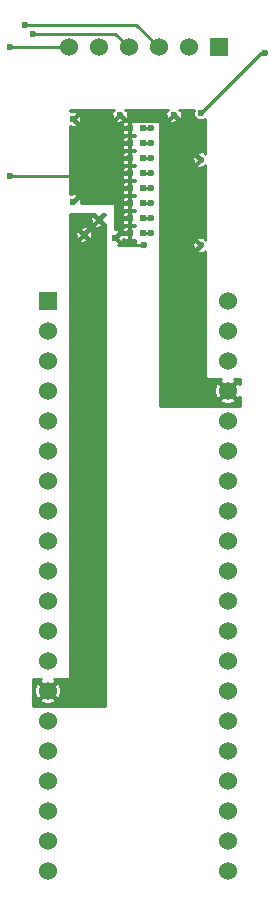
<source format=gbr>
G04 #@! TF.FileFunction,Copper,L2,Bot,Signal*
%FSLAX46Y46*%
G04 Gerber Fmt 4.6, Leading zero omitted, Abs format (unit mm)*
G04 Created by KiCad (PCBNEW 4.0.7) date 03/16/20 13:41:23*
%MOMM*%
%LPD*%
G01*
G04 APERTURE LIST*
%ADD10C,0.100000*%
%ADD11C,1.524000*%
%ADD12R,1.524000X1.524000*%
%ADD13C,0.600000*%
%ADD14R,0.600000X0.500000*%
%ADD15C,0.250000*%
%ADD16C,0.254000*%
G04 APERTURE END LIST*
D10*
D11*
X116332000Y-127508000D03*
X116332000Y-130048000D03*
X131572000Y-130048000D03*
X131572000Y-127508000D03*
X131572000Y-112268000D03*
X131572000Y-114808000D03*
X131572000Y-117348000D03*
X131572000Y-119888000D03*
X131572000Y-122428000D03*
X131572000Y-124968000D03*
X116332000Y-124968000D03*
X116332000Y-122428000D03*
X116332000Y-119888000D03*
X116332000Y-117348000D03*
X116332000Y-114808000D03*
X116332000Y-112268000D03*
D12*
X116332000Y-81788000D03*
D11*
X116332000Y-84328000D03*
X116332000Y-86868000D03*
X116332000Y-89408000D03*
X116332000Y-91948000D03*
X116332000Y-94488000D03*
X116332000Y-97028000D03*
X116332000Y-99568000D03*
X116332000Y-102108000D03*
X116332000Y-104648000D03*
X116332000Y-107188000D03*
X116332000Y-109728000D03*
X131572000Y-109728000D03*
X131572000Y-107188000D03*
X131572000Y-104648000D03*
X131572000Y-102108000D03*
X131572000Y-99568000D03*
X131572000Y-97028000D03*
X131572000Y-94488000D03*
X131572000Y-91948000D03*
X131572000Y-89408000D03*
X131572000Y-86868000D03*
X131572000Y-84328000D03*
X131572000Y-81788000D03*
X123190000Y-60325000D03*
X125730000Y-60325000D03*
D12*
X130810000Y-60325000D03*
D11*
X128270000Y-60325000D03*
X120650000Y-60325000D03*
X118110000Y-60325000D03*
D13*
X120650000Y-74930000D03*
X119380000Y-76200000D03*
X125095000Y-76073000D03*
X125095000Y-74803000D03*
X125095000Y-73533000D03*
X125095000Y-72263000D03*
X125095000Y-70993000D03*
X125095000Y-69723000D03*
X125095000Y-68453000D03*
X125095000Y-67183000D03*
X127000000Y-66040000D03*
X122047000Y-76454000D03*
X124460000Y-77089000D03*
X114427000Y-58420000D03*
X113157000Y-71247000D03*
X118491000Y-73406000D03*
X118491000Y-66421000D03*
X115062000Y-59182000D03*
X122428000Y-66040000D03*
X129286000Y-69850000D03*
X129286000Y-77089000D03*
X113157000Y-60325000D03*
X129286000Y-65913000D03*
X134747000Y-60833000D03*
D14*
X123275000Y-67183000D03*
X124375000Y-67183000D03*
X123275000Y-68453000D03*
X124375000Y-68453000D03*
X123275000Y-69723000D03*
X124375000Y-69723000D03*
X123275000Y-70993000D03*
X124375000Y-70993000D03*
X123275000Y-72263000D03*
X124375000Y-72263000D03*
X123275000Y-73533000D03*
X124375000Y-73533000D03*
X123275000Y-74803000D03*
X124375000Y-74803000D03*
X123275000Y-76073000D03*
X124375000Y-76073000D03*
D15*
X113157000Y-71247000D02*
X118491000Y-71247000D01*
X124460000Y-77089000D02*
X123190000Y-77089000D01*
X124375000Y-67183000D02*
X125095000Y-67183000D01*
X134747000Y-60833000D02*
X134366000Y-60833000D01*
X134366000Y-60833000D02*
X129286000Y-65913000D01*
X118110000Y-60325000D02*
X113157000Y-60325000D01*
X124375000Y-76073000D02*
X125095000Y-76073000D01*
X124375000Y-74803000D02*
X125095000Y-74803000D01*
X124375000Y-73533000D02*
X125095000Y-73533000D01*
X124375000Y-72263000D02*
X125095000Y-72263000D01*
X124375000Y-70993000D02*
X125095000Y-70993000D01*
X124375000Y-69723000D02*
X125095000Y-69723000D01*
X124375000Y-68453000D02*
X125095000Y-68453000D01*
X115062000Y-59182000D02*
X122047000Y-59182000D01*
X122047000Y-59182000D02*
X123190000Y-60325000D01*
X125730000Y-60325000D02*
X123825000Y-58420000D01*
X123825000Y-58420000D02*
X114427000Y-58420000D01*
D16*
G36*
X120273666Y-74463863D02*
X120650000Y-74840197D01*
X121026334Y-74463863D01*
X121019507Y-74422000D01*
X121158000Y-74422000D01*
X121158000Y-74560493D01*
X121116137Y-74553666D01*
X120739803Y-74930000D01*
X121116137Y-75306334D01*
X121158000Y-75299507D01*
X121158000Y-116078000D01*
X115062000Y-116078000D01*
X115062000Y-115608273D01*
X115621530Y-115608273D01*
X115699389Y-115786747D01*
X116122093Y-115954334D01*
X116576754Y-115947403D01*
X116964611Y-115786747D01*
X117042470Y-115608273D01*
X116332000Y-114897803D01*
X115621530Y-115608273D01*
X115062000Y-115608273D01*
X115062000Y-114598093D01*
X115185666Y-114598093D01*
X115192597Y-115052754D01*
X115353253Y-115440611D01*
X115531727Y-115518470D01*
X116242197Y-114808000D01*
X116421803Y-114808000D01*
X117132273Y-115518470D01*
X117310747Y-115440611D01*
X117478334Y-115017907D01*
X117471403Y-114563246D01*
X117310747Y-114175389D01*
X117132273Y-114097530D01*
X116421803Y-114808000D01*
X116242197Y-114808000D01*
X115531727Y-114097530D01*
X115353253Y-114175389D01*
X115185666Y-114598093D01*
X115062000Y-114598093D01*
X115062000Y-113792000D01*
X115789325Y-113792000D01*
X115699389Y-113829253D01*
X115621530Y-114007727D01*
X116332000Y-114718197D01*
X117042470Y-114007727D01*
X116964611Y-113829253D01*
X116870648Y-113792000D01*
X118110000Y-113792000D01*
X118159410Y-113781994D01*
X118201035Y-113753553D01*
X118228315Y-113711159D01*
X118237000Y-113665000D01*
X118237000Y-76666137D01*
X119003666Y-76666137D01*
X119024959Y-76796705D01*
X119280334Y-76887152D01*
X119550882Y-76872986D01*
X119735041Y-76796705D01*
X119756334Y-76666137D01*
X119380000Y-76289803D01*
X119003666Y-76666137D01*
X118237000Y-76666137D01*
X118237000Y-76100334D01*
X118692848Y-76100334D01*
X118707014Y-76370882D01*
X118783295Y-76555041D01*
X118913863Y-76576334D01*
X119290197Y-76200000D01*
X119469803Y-76200000D01*
X119846137Y-76576334D01*
X119976705Y-76555041D01*
X120067152Y-76299666D01*
X120052986Y-76029118D01*
X119976705Y-75844959D01*
X119846137Y-75823666D01*
X119469803Y-76200000D01*
X119290197Y-76200000D01*
X118913863Y-75823666D01*
X118783295Y-75844959D01*
X118692848Y-76100334D01*
X118237000Y-76100334D01*
X118237000Y-75733863D01*
X119003666Y-75733863D01*
X119380000Y-76110197D01*
X119756334Y-75733863D01*
X119735041Y-75603295D01*
X119479666Y-75512848D01*
X119209118Y-75527014D01*
X119024959Y-75603295D01*
X119003666Y-75733863D01*
X118237000Y-75733863D01*
X118237000Y-75396137D01*
X120273666Y-75396137D01*
X120294959Y-75526705D01*
X120550334Y-75617152D01*
X120820882Y-75602986D01*
X121005041Y-75526705D01*
X121026334Y-75396137D01*
X120650000Y-75019803D01*
X120273666Y-75396137D01*
X118237000Y-75396137D01*
X118237000Y-74830334D01*
X119962848Y-74830334D01*
X119977014Y-75100882D01*
X120053295Y-75285041D01*
X120183863Y-75306334D01*
X120560197Y-74930000D01*
X120183863Y-74553666D01*
X120053295Y-74574959D01*
X119962848Y-74830334D01*
X118237000Y-74830334D01*
X118237000Y-74422000D01*
X120280493Y-74422000D01*
X120273666Y-74463863D01*
X120273666Y-74463863D01*
G37*
X120273666Y-74463863D02*
X120650000Y-74840197D01*
X121026334Y-74463863D01*
X121019507Y-74422000D01*
X121158000Y-74422000D01*
X121158000Y-74560493D01*
X121116137Y-74553666D01*
X120739803Y-74930000D01*
X121116137Y-75306334D01*
X121158000Y-75299507D01*
X121158000Y-116078000D01*
X115062000Y-116078000D01*
X115062000Y-115608273D01*
X115621530Y-115608273D01*
X115699389Y-115786747D01*
X116122093Y-115954334D01*
X116576754Y-115947403D01*
X116964611Y-115786747D01*
X117042470Y-115608273D01*
X116332000Y-114897803D01*
X115621530Y-115608273D01*
X115062000Y-115608273D01*
X115062000Y-114598093D01*
X115185666Y-114598093D01*
X115192597Y-115052754D01*
X115353253Y-115440611D01*
X115531727Y-115518470D01*
X116242197Y-114808000D01*
X116421803Y-114808000D01*
X117132273Y-115518470D01*
X117310747Y-115440611D01*
X117478334Y-115017907D01*
X117471403Y-114563246D01*
X117310747Y-114175389D01*
X117132273Y-114097530D01*
X116421803Y-114808000D01*
X116242197Y-114808000D01*
X115531727Y-114097530D01*
X115353253Y-114175389D01*
X115185666Y-114598093D01*
X115062000Y-114598093D01*
X115062000Y-113792000D01*
X115789325Y-113792000D01*
X115699389Y-113829253D01*
X115621530Y-114007727D01*
X116332000Y-114718197D01*
X117042470Y-114007727D01*
X116964611Y-113829253D01*
X116870648Y-113792000D01*
X118110000Y-113792000D01*
X118159410Y-113781994D01*
X118201035Y-113753553D01*
X118228315Y-113711159D01*
X118237000Y-113665000D01*
X118237000Y-76666137D01*
X119003666Y-76666137D01*
X119024959Y-76796705D01*
X119280334Y-76887152D01*
X119550882Y-76872986D01*
X119735041Y-76796705D01*
X119756334Y-76666137D01*
X119380000Y-76289803D01*
X119003666Y-76666137D01*
X118237000Y-76666137D01*
X118237000Y-76100334D01*
X118692848Y-76100334D01*
X118707014Y-76370882D01*
X118783295Y-76555041D01*
X118913863Y-76576334D01*
X119290197Y-76200000D01*
X119469803Y-76200000D01*
X119846137Y-76576334D01*
X119976705Y-76555041D01*
X120067152Y-76299666D01*
X120052986Y-76029118D01*
X119976705Y-75844959D01*
X119846137Y-75823666D01*
X119469803Y-76200000D01*
X119290197Y-76200000D01*
X118913863Y-75823666D01*
X118783295Y-75844959D01*
X118692848Y-76100334D01*
X118237000Y-76100334D01*
X118237000Y-75733863D01*
X119003666Y-75733863D01*
X119380000Y-76110197D01*
X119756334Y-75733863D01*
X119735041Y-75603295D01*
X119479666Y-75512848D01*
X119209118Y-75527014D01*
X119024959Y-75603295D01*
X119003666Y-75733863D01*
X118237000Y-75733863D01*
X118237000Y-75396137D01*
X120273666Y-75396137D01*
X120294959Y-75526705D01*
X120550334Y-75617152D01*
X120820882Y-75602986D01*
X121005041Y-75526705D01*
X121026334Y-75396137D01*
X120650000Y-75019803D01*
X120273666Y-75396137D01*
X118237000Y-75396137D01*
X118237000Y-74830334D01*
X119962848Y-74830334D01*
X119977014Y-75100882D01*
X120053295Y-75285041D01*
X120183863Y-75306334D01*
X120560197Y-74930000D01*
X120183863Y-74553666D01*
X120053295Y-74574959D01*
X119962848Y-74830334D01*
X118237000Y-74830334D01*
X118237000Y-74422000D01*
X120280493Y-74422000D01*
X120273666Y-74463863D01*
G36*
X121961861Y-65663666D02*
X121831295Y-65684959D01*
X121740848Y-65940334D01*
X121755014Y-66210882D01*
X121831295Y-66395041D01*
X121961863Y-66416334D01*
X122338197Y-66040000D01*
X122324055Y-66025858D01*
X122413858Y-65936055D01*
X122428000Y-65950197D01*
X122442142Y-65936055D01*
X122531945Y-66025858D01*
X122517803Y-66040000D01*
X122894137Y-66416334D01*
X123024705Y-66395041D01*
X123115152Y-66139666D01*
X123100986Y-65869118D01*
X123024705Y-65684959D01*
X122894139Y-65663666D01*
X122898805Y-65659000D01*
X126529195Y-65659000D01*
X126533861Y-65663666D01*
X126403295Y-65684959D01*
X126312848Y-65940334D01*
X126327014Y-66210882D01*
X126403295Y-66395041D01*
X126533863Y-66416334D01*
X126910197Y-66040000D01*
X126896055Y-66025858D01*
X126985858Y-65936055D01*
X127000000Y-65950197D01*
X127014142Y-65936055D01*
X127103945Y-66025858D01*
X127089803Y-66040000D01*
X127466137Y-66416334D01*
X127596705Y-66395041D01*
X127687152Y-66139666D01*
X127672986Y-65869118D01*
X127596705Y-65684959D01*
X127466139Y-65663666D01*
X127470805Y-65659000D01*
X128712564Y-65659000D01*
X128659109Y-65787735D01*
X128658891Y-66037171D01*
X128754145Y-66267703D01*
X128930369Y-66444235D01*
X129160735Y-66539891D01*
X129410171Y-66540109D01*
X129640703Y-66444855D01*
X129667000Y-66418604D01*
X129667000Y-69379195D01*
X129662334Y-69383861D01*
X129641041Y-69253295D01*
X129385666Y-69162848D01*
X129115118Y-69177014D01*
X128930959Y-69253295D01*
X128909666Y-69383863D01*
X129286000Y-69760197D01*
X129300142Y-69746055D01*
X129389945Y-69835858D01*
X129375803Y-69850000D01*
X129389945Y-69864142D01*
X129300142Y-69953945D01*
X129286000Y-69939803D01*
X128909666Y-70316137D01*
X128930959Y-70446705D01*
X129186334Y-70537152D01*
X129456882Y-70522986D01*
X129641041Y-70446705D01*
X129662334Y-70316139D01*
X129667000Y-70320805D01*
X129667000Y-76618195D01*
X129662334Y-76622861D01*
X129641041Y-76492295D01*
X129385666Y-76401848D01*
X129115118Y-76416014D01*
X128930959Y-76492295D01*
X128909666Y-76622863D01*
X129286000Y-76999197D01*
X129300142Y-76985055D01*
X129389945Y-77074858D01*
X129375803Y-77089000D01*
X129389945Y-77103142D01*
X129300142Y-77192945D01*
X129286000Y-77178803D01*
X128909666Y-77555137D01*
X128930959Y-77685705D01*
X129186334Y-77776152D01*
X129456882Y-77761986D01*
X129641041Y-77685705D01*
X129662334Y-77555139D01*
X129667000Y-77559805D01*
X129667000Y-88265000D01*
X129677006Y-88314410D01*
X129705447Y-88356035D01*
X129747841Y-88383315D01*
X129794000Y-88392000D01*
X131029325Y-88392000D01*
X130939389Y-88429253D01*
X130861530Y-88607727D01*
X131572000Y-89318197D01*
X132282470Y-88607727D01*
X132204611Y-88429253D01*
X132110648Y-88392000D01*
X132588000Y-88392000D01*
X132588000Y-88865325D01*
X132550747Y-88775389D01*
X132372273Y-88697530D01*
X131661803Y-89408000D01*
X132372273Y-90118470D01*
X132550747Y-90040611D01*
X132588000Y-89946648D01*
X132588000Y-90678000D01*
X125857000Y-90678000D01*
X125857000Y-90208273D01*
X130861530Y-90208273D01*
X130939389Y-90386747D01*
X131362093Y-90554334D01*
X131816754Y-90547403D01*
X132204611Y-90386747D01*
X132282470Y-90208273D01*
X131572000Y-89497803D01*
X130861530Y-90208273D01*
X125857000Y-90208273D01*
X125857000Y-89198093D01*
X130425666Y-89198093D01*
X130432597Y-89652754D01*
X130593253Y-90040611D01*
X130771727Y-90118470D01*
X131482197Y-89408000D01*
X130771727Y-88697530D01*
X130593253Y-88775389D01*
X130425666Y-89198093D01*
X125857000Y-89198093D01*
X125857000Y-76989334D01*
X128598848Y-76989334D01*
X128613014Y-77259882D01*
X128689295Y-77444041D01*
X128819863Y-77465334D01*
X129196197Y-77089000D01*
X128819863Y-76712666D01*
X128689295Y-76733959D01*
X128598848Y-76989334D01*
X125857000Y-76989334D01*
X125857000Y-69750334D01*
X128598848Y-69750334D01*
X128613014Y-70020882D01*
X128689295Y-70205041D01*
X128819863Y-70226334D01*
X129196197Y-69850000D01*
X128819863Y-69473666D01*
X128689295Y-69494959D01*
X128598848Y-69750334D01*
X125857000Y-69750334D01*
X125857000Y-66675000D01*
X125846994Y-66625590D01*
X125818553Y-66583965D01*
X125776159Y-66556685D01*
X125730000Y-66548000D01*
X123825000Y-66548000D01*
X123775590Y-66558006D01*
X123733965Y-66586447D01*
X123733962Y-66586452D01*
X123650786Y-66552000D01*
X123433750Y-66552000D01*
X123338500Y-66647250D01*
X123338500Y-67119500D01*
X123358500Y-67119500D01*
X123358500Y-67246500D01*
X123338500Y-67246500D01*
X123338500Y-67718750D01*
X123433750Y-67814000D01*
X123650786Y-67814000D01*
X123698000Y-67794443D01*
X123698000Y-67841557D01*
X123650786Y-67822000D01*
X123433750Y-67822000D01*
X123338500Y-67917250D01*
X123338500Y-68389500D01*
X123358500Y-68389500D01*
X123358500Y-68516500D01*
X123338500Y-68516500D01*
X123338500Y-68988750D01*
X123433750Y-69084000D01*
X123650786Y-69084000D01*
X123698000Y-69064443D01*
X123698000Y-69111557D01*
X123650786Y-69092000D01*
X123433750Y-69092000D01*
X123338500Y-69187250D01*
X123338500Y-69659500D01*
X123358500Y-69659500D01*
X123358500Y-69786500D01*
X123338500Y-69786500D01*
X123338500Y-70258750D01*
X123433750Y-70354000D01*
X123650786Y-70354000D01*
X123698000Y-70334443D01*
X123698000Y-70381557D01*
X123650786Y-70362000D01*
X123433750Y-70362000D01*
X123338500Y-70457250D01*
X123338500Y-70929500D01*
X123358500Y-70929500D01*
X123358500Y-71056500D01*
X123338500Y-71056500D01*
X123338500Y-71528750D01*
X123433750Y-71624000D01*
X123650786Y-71624000D01*
X123698000Y-71604443D01*
X123698000Y-71651557D01*
X123650786Y-71632000D01*
X123433750Y-71632000D01*
X123338500Y-71727250D01*
X123338500Y-72199500D01*
X123358500Y-72199500D01*
X123358500Y-72326500D01*
X123338500Y-72326500D01*
X123338500Y-72798750D01*
X123433750Y-72894000D01*
X123650786Y-72894000D01*
X123698000Y-72874443D01*
X123698000Y-72921557D01*
X123650786Y-72902000D01*
X123433750Y-72902000D01*
X123338500Y-72997250D01*
X123338500Y-73469500D01*
X123358500Y-73469500D01*
X123358500Y-73596500D01*
X123338500Y-73596500D01*
X123338500Y-74068750D01*
X123433750Y-74164000D01*
X123650786Y-74164000D01*
X123698000Y-74144443D01*
X123698000Y-74191557D01*
X123650786Y-74172000D01*
X123433750Y-74172000D01*
X123338500Y-74267250D01*
X123338500Y-74739500D01*
X123358500Y-74739500D01*
X123358500Y-74866500D01*
X123338500Y-74866500D01*
X123338500Y-75338750D01*
X123433750Y-75434000D01*
X123650786Y-75434000D01*
X123698000Y-75414443D01*
X123698000Y-75461557D01*
X123650786Y-75442000D01*
X123433750Y-75442000D01*
X123338500Y-75537250D01*
X123338500Y-76009500D01*
X123358500Y-76009500D01*
X123358500Y-76136500D01*
X123338500Y-76136500D01*
X123338500Y-76608750D01*
X123433750Y-76704000D01*
X123650786Y-76704000D01*
X123698000Y-76684443D01*
X123698000Y-77089000D01*
X122309589Y-77089000D01*
X122402041Y-77050705D01*
X122423334Y-76920137D01*
X122047000Y-76543803D01*
X122047000Y-76454000D01*
X122136803Y-76454000D01*
X122513137Y-76830334D01*
X122643705Y-76809041D01*
X122716550Y-76603365D01*
X122759180Y-76645996D01*
X122899214Y-76704000D01*
X123116250Y-76704000D01*
X123211500Y-76608750D01*
X123211500Y-76136500D01*
X122689250Y-76136500D01*
X122668040Y-76157710D01*
X122643705Y-76098959D01*
X122513137Y-76077666D01*
X122136803Y-76454000D01*
X122047000Y-76454000D01*
X122047000Y-76364197D01*
X122423334Y-75987863D01*
X122402041Y-75857295D01*
X122146666Y-75766848D01*
X122047000Y-75772067D01*
X122047000Y-75747215D01*
X122594000Y-75747215D01*
X122594000Y-75914250D01*
X122689250Y-76009500D01*
X123211500Y-76009500D01*
X123211500Y-75537250D01*
X123116250Y-75442000D01*
X122899214Y-75442000D01*
X122759180Y-75500004D01*
X122652004Y-75607181D01*
X122594000Y-75747215D01*
X122047000Y-75747215D01*
X122047000Y-74961750D01*
X122594000Y-74961750D01*
X122594000Y-75128785D01*
X122652004Y-75268819D01*
X122759180Y-75375996D01*
X122899214Y-75434000D01*
X123116250Y-75434000D01*
X123211500Y-75338750D01*
X123211500Y-74866500D01*
X122689250Y-74866500D01*
X122594000Y-74961750D01*
X122047000Y-74961750D01*
X122047000Y-74477215D01*
X122594000Y-74477215D01*
X122594000Y-74644250D01*
X122689250Y-74739500D01*
X123211500Y-74739500D01*
X123211500Y-74267250D01*
X123116250Y-74172000D01*
X122899214Y-74172000D01*
X122759180Y-74230004D01*
X122652004Y-74337181D01*
X122594000Y-74477215D01*
X122047000Y-74477215D01*
X122047000Y-73691750D01*
X122594000Y-73691750D01*
X122594000Y-73858785D01*
X122652004Y-73998819D01*
X122759180Y-74105996D01*
X122899214Y-74164000D01*
X123116250Y-74164000D01*
X123211500Y-74068750D01*
X123211500Y-73596500D01*
X122689250Y-73596500D01*
X122594000Y-73691750D01*
X122047000Y-73691750D01*
X122047000Y-73660000D01*
X122036994Y-73610590D01*
X122008553Y-73568965D01*
X121966159Y-73541685D01*
X121920000Y-73533000D01*
X119168471Y-73533000D01*
X119178152Y-73505666D01*
X119163986Y-73235118D01*
X119152429Y-73207215D01*
X122594000Y-73207215D01*
X122594000Y-73374250D01*
X122689250Y-73469500D01*
X123211500Y-73469500D01*
X123211500Y-72997250D01*
X123116250Y-72902000D01*
X122899214Y-72902000D01*
X122759180Y-72960004D01*
X122652004Y-73067181D01*
X122594000Y-73207215D01*
X119152429Y-73207215D01*
X119087705Y-73050959D01*
X118957137Y-73029666D01*
X118580803Y-73406000D01*
X118594945Y-73420142D01*
X118505142Y-73509945D01*
X118491000Y-73495803D01*
X118476858Y-73509945D01*
X118387055Y-73420142D01*
X118401197Y-73406000D01*
X118387055Y-73391858D01*
X118476858Y-73302055D01*
X118491000Y-73316197D01*
X118867334Y-72939863D01*
X118846041Y-72809295D01*
X118590666Y-72718848D01*
X118320118Y-72733014D01*
X118237000Y-72767443D01*
X118237000Y-72421750D01*
X122594000Y-72421750D01*
X122594000Y-72588785D01*
X122652004Y-72728819D01*
X122759180Y-72835996D01*
X122899214Y-72894000D01*
X123116250Y-72894000D01*
X123211500Y-72798750D01*
X123211500Y-72326500D01*
X122689250Y-72326500D01*
X122594000Y-72421750D01*
X118237000Y-72421750D01*
X118237000Y-71937215D01*
X122594000Y-71937215D01*
X122594000Y-72104250D01*
X122689250Y-72199500D01*
X123211500Y-72199500D01*
X123211500Y-71727250D01*
X123116250Y-71632000D01*
X122899214Y-71632000D01*
X122759180Y-71690004D01*
X122652004Y-71797181D01*
X122594000Y-71937215D01*
X118237000Y-71937215D01*
X118237000Y-71151750D01*
X122594000Y-71151750D01*
X122594000Y-71318785D01*
X122652004Y-71458819D01*
X122759180Y-71565996D01*
X122899214Y-71624000D01*
X123116250Y-71624000D01*
X123211500Y-71528750D01*
X123211500Y-71056500D01*
X122689250Y-71056500D01*
X122594000Y-71151750D01*
X118237000Y-71151750D01*
X118237000Y-70667215D01*
X122594000Y-70667215D01*
X122594000Y-70834250D01*
X122689250Y-70929500D01*
X123211500Y-70929500D01*
X123211500Y-70457250D01*
X123116250Y-70362000D01*
X122899214Y-70362000D01*
X122759180Y-70420004D01*
X122652004Y-70527181D01*
X122594000Y-70667215D01*
X118237000Y-70667215D01*
X118237000Y-69881750D01*
X122594000Y-69881750D01*
X122594000Y-70048785D01*
X122652004Y-70188819D01*
X122759180Y-70295996D01*
X122899214Y-70354000D01*
X123116250Y-70354000D01*
X123211500Y-70258750D01*
X123211500Y-69786500D01*
X122689250Y-69786500D01*
X122594000Y-69881750D01*
X118237000Y-69881750D01*
X118237000Y-69397215D01*
X122594000Y-69397215D01*
X122594000Y-69564250D01*
X122689250Y-69659500D01*
X123211500Y-69659500D01*
X123211500Y-69187250D01*
X123116250Y-69092000D01*
X122899214Y-69092000D01*
X122759180Y-69150004D01*
X122652004Y-69257181D01*
X122594000Y-69397215D01*
X118237000Y-69397215D01*
X118237000Y-68611750D01*
X122594000Y-68611750D01*
X122594000Y-68778785D01*
X122652004Y-68918819D01*
X122759180Y-69025996D01*
X122899214Y-69084000D01*
X123116250Y-69084000D01*
X123211500Y-68988750D01*
X123211500Y-68516500D01*
X122689250Y-68516500D01*
X122594000Y-68611750D01*
X118237000Y-68611750D01*
X118237000Y-68127215D01*
X122594000Y-68127215D01*
X122594000Y-68294250D01*
X122689250Y-68389500D01*
X123211500Y-68389500D01*
X123211500Y-67917250D01*
X123116250Y-67822000D01*
X122899214Y-67822000D01*
X122759180Y-67880004D01*
X122652004Y-67987181D01*
X122594000Y-68127215D01*
X118237000Y-68127215D01*
X118237000Y-67341750D01*
X122594000Y-67341750D01*
X122594000Y-67508785D01*
X122652004Y-67648819D01*
X122759180Y-67755996D01*
X122899214Y-67814000D01*
X123116250Y-67814000D01*
X123211500Y-67718750D01*
X123211500Y-67246500D01*
X122689250Y-67246500D01*
X122594000Y-67341750D01*
X118237000Y-67341750D01*
X118237000Y-67053491D01*
X118391334Y-67108152D01*
X118661882Y-67093986D01*
X118846041Y-67017705D01*
X118867334Y-66887137D01*
X118491000Y-66510803D01*
X118476858Y-66524945D01*
X118387055Y-66435142D01*
X118401197Y-66421000D01*
X118580803Y-66421000D01*
X118957137Y-66797334D01*
X119087705Y-66776041D01*
X119178152Y-66520666D01*
X119177392Y-66506137D01*
X122051666Y-66506137D01*
X122072959Y-66636705D01*
X122328334Y-66727152D01*
X122598882Y-66712986D01*
X122696727Y-66672457D01*
X122652004Y-66717181D01*
X122594000Y-66857215D01*
X122594000Y-67024250D01*
X122689250Y-67119500D01*
X123211500Y-67119500D01*
X123211500Y-66647250D01*
X123116250Y-66552000D01*
X122899214Y-66552000D01*
X122789439Y-66597470D01*
X122804334Y-66506137D01*
X126623666Y-66506137D01*
X126644959Y-66636705D01*
X126900334Y-66727152D01*
X127170882Y-66712986D01*
X127355041Y-66636705D01*
X127376334Y-66506137D01*
X127000000Y-66129803D01*
X126623666Y-66506137D01*
X122804334Y-66506137D01*
X122428000Y-66129803D01*
X122051666Y-66506137D01*
X119177392Y-66506137D01*
X119163986Y-66250118D01*
X119087705Y-66065959D01*
X118957137Y-66044666D01*
X118580803Y-66421000D01*
X118401197Y-66421000D01*
X118387055Y-66406858D01*
X118476858Y-66317055D01*
X118491000Y-66331197D01*
X118867334Y-65954863D01*
X118846041Y-65824295D01*
X118590666Y-65733848D01*
X118320118Y-65748014D01*
X118237000Y-65782443D01*
X118237000Y-65659000D01*
X121957195Y-65659000D01*
X121961861Y-65663666D01*
X121961861Y-65663666D01*
G37*
X121961861Y-65663666D02*
X121831295Y-65684959D01*
X121740848Y-65940334D01*
X121755014Y-66210882D01*
X121831295Y-66395041D01*
X121961863Y-66416334D01*
X122338197Y-66040000D01*
X122324055Y-66025858D01*
X122413858Y-65936055D01*
X122428000Y-65950197D01*
X122442142Y-65936055D01*
X122531945Y-66025858D01*
X122517803Y-66040000D01*
X122894137Y-66416334D01*
X123024705Y-66395041D01*
X123115152Y-66139666D01*
X123100986Y-65869118D01*
X123024705Y-65684959D01*
X122894139Y-65663666D01*
X122898805Y-65659000D01*
X126529195Y-65659000D01*
X126533861Y-65663666D01*
X126403295Y-65684959D01*
X126312848Y-65940334D01*
X126327014Y-66210882D01*
X126403295Y-66395041D01*
X126533863Y-66416334D01*
X126910197Y-66040000D01*
X126896055Y-66025858D01*
X126985858Y-65936055D01*
X127000000Y-65950197D01*
X127014142Y-65936055D01*
X127103945Y-66025858D01*
X127089803Y-66040000D01*
X127466137Y-66416334D01*
X127596705Y-66395041D01*
X127687152Y-66139666D01*
X127672986Y-65869118D01*
X127596705Y-65684959D01*
X127466139Y-65663666D01*
X127470805Y-65659000D01*
X128712564Y-65659000D01*
X128659109Y-65787735D01*
X128658891Y-66037171D01*
X128754145Y-66267703D01*
X128930369Y-66444235D01*
X129160735Y-66539891D01*
X129410171Y-66540109D01*
X129640703Y-66444855D01*
X129667000Y-66418604D01*
X129667000Y-69379195D01*
X129662334Y-69383861D01*
X129641041Y-69253295D01*
X129385666Y-69162848D01*
X129115118Y-69177014D01*
X128930959Y-69253295D01*
X128909666Y-69383863D01*
X129286000Y-69760197D01*
X129300142Y-69746055D01*
X129389945Y-69835858D01*
X129375803Y-69850000D01*
X129389945Y-69864142D01*
X129300142Y-69953945D01*
X129286000Y-69939803D01*
X128909666Y-70316137D01*
X128930959Y-70446705D01*
X129186334Y-70537152D01*
X129456882Y-70522986D01*
X129641041Y-70446705D01*
X129662334Y-70316139D01*
X129667000Y-70320805D01*
X129667000Y-76618195D01*
X129662334Y-76622861D01*
X129641041Y-76492295D01*
X129385666Y-76401848D01*
X129115118Y-76416014D01*
X128930959Y-76492295D01*
X128909666Y-76622863D01*
X129286000Y-76999197D01*
X129300142Y-76985055D01*
X129389945Y-77074858D01*
X129375803Y-77089000D01*
X129389945Y-77103142D01*
X129300142Y-77192945D01*
X129286000Y-77178803D01*
X128909666Y-77555137D01*
X128930959Y-77685705D01*
X129186334Y-77776152D01*
X129456882Y-77761986D01*
X129641041Y-77685705D01*
X129662334Y-77555139D01*
X129667000Y-77559805D01*
X129667000Y-88265000D01*
X129677006Y-88314410D01*
X129705447Y-88356035D01*
X129747841Y-88383315D01*
X129794000Y-88392000D01*
X131029325Y-88392000D01*
X130939389Y-88429253D01*
X130861530Y-88607727D01*
X131572000Y-89318197D01*
X132282470Y-88607727D01*
X132204611Y-88429253D01*
X132110648Y-88392000D01*
X132588000Y-88392000D01*
X132588000Y-88865325D01*
X132550747Y-88775389D01*
X132372273Y-88697530D01*
X131661803Y-89408000D01*
X132372273Y-90118470D01*
X132550747Y-90040611D01*
X132588000Y-89946648D01*
X132588000Y-90678000D01*
X125857000Y-90678000D01*
X125857000Y-90208273D01*
X130861530Y-90208273D01*
X130939389Y-90386747D01*
X131362093Y-90554334D01*
X131816754Y-90547403D01*
X132204611Y-90386747D01*
X132282470Y-90208273D01*
X131572000Y-89497803D01*
X130861530Y-90208273D01*
X125857000Y-90208273D01*
X125857000Y-89198093D01*
X130425666Y-89198093D01*
X130432597Y-89652754D01*
X130593253Y-90040611D01*
X130771727Y-90118470D01*
X131482197Y-89408000D01*
X130771727Y-88697530D01*
X130593253Y-88775389D01*
X130425666Y-89198093D01*
X125857000Y-89198093D01*
X125857000Y-76989334D01*
X128598848Y-76989334D01*
X128613014Y-77259882D01*
X128689295Y-77444041D01*
X128819863Y-77465334D01*
X129196197Y-77089000D01*
X128819863Y-76712666D01*
X128689295Y-76733959D01*
X128598848Y-76989334D01*
X125857000Y-76989334D01*
X125857000Y-69750334D01*
X128598848Y-69750334D01*
X128613014Y-70020882D01*
X128689295Y-70205041D01*
X128819863Y-70226334D01*
X129196197Y-69850000D01*
X128819863Y-69473666D01*
X128689295Y-69494959D01*
X128598848Y-69750334D01*
X125857000Y-69750334D01*
X125857000Y-66675000D01*
X125846994Y-66625590D01*
X125818553Y-66583965D01*
X125776159Y-66556685D01*
X125730000Y-66548000D01*
X123825000Y-66548000D01*
X123775590Y-66558006D01*
X123733965Y-66586447D01*
X123733962Y-66586452D01*
X123650786Y-66552000D01*
X123433750Y-66552000D01*
X123338500Y-66647250D01*
X123338500Y-67119500D01*
X123358500Y-67119500D01*
X123358500Y-67246500D01*
X123338500Y-67246500D01*
X123338500Y-67718750D01*
X123433750Y-67814000D01*
X123650786Y-67814000D01*
X123698000Y-67794443D01*
X123698000Y-67841557D01*
X123650786Y-67822000D01*
X123433750Y-67822000D01*
X123338500Y-67917250D01*
X123338500Y-68389500D01*
X123358500Y-68389500D01*
X123358500Y-68516500D01*
X123338500Y-68516500D01*
X123338500Y-68988750D01*
X123433750Y-69084000D01*
X123650786Y-69084000D01*
X123698000Y-69064443D01*
X123698000Y-69111557D01*
X123650786Y-69092000D01*
X123433750Y-69092000D01*
X123338500Y-69187250D01*
X123338500Y-69659500D01*
X123358500Y-69659500D01*
X123358500Y-69786500D01*
X123338500Y-69786500D01*
X123338500Y-70258750D01*
X123433750Y-70354000D01*
X123650786Y-70354000D01*
X123698000Y-70334443D01*
X123698000Y-70381557D01*
X123650786Y-70362000D01*
X123433750Y-70362000D01*
X123338500Y-70457250D01*
X123338500Y-70929500D01*
X123358500Y-70929500D01*
X123358500Y-71056500D01*
X123338500Y-71056500D01*
X123338500Y-71528750D01*
X123433750Y-71624000D01*
X123650786Y-71624000D01*
X123698000Y-71604443D01*
X123698000Y-71651557D01*
X123650786Y-71632000D01*
X123433750Y-71632000D01*
X123338500Y-71727250D01*
X123338500Y-72199500D01*
X123358500Y-72199500D01*
X123358500Y-72326500D01*
X123338500Y-72326500D01*
X123338500Y-72798750D01*
X123433750Y-72894000D01*
X123650786Y-72894000D01*
X123698000Y-72874443D01*
X123698000Y-72921557D01*
X123650786Y-72902000D01*
X123433750Y-72902000D01*
X123338500Y-72997250D01*
X123338500Y-73469500D01*
X123358500Y-73469500D01*
X123358500Y-73596500D01*
X123338500Y-73596500D01*
X123338500Y-74068750D01*
X123433750Y-74164000D01*
X123650786Y-74164000D01*
X123698000Y-74144443D01*
X123698000Y-74191557D01*
X123650786Y-74172000D01*
X123433750Y-74172000D01*
X123338500Y-74267250D01*
X123338500Y-74739500D01*
X123358500Y-74739500D01*
X123358500Y-74866500D01*
X123338500Y-74866500D01*
X123338500Y-75338750D01*
X123433750Y-75434000D01*
X123650786Y-75434000D01*
X123698000Y-75414443D01*
X123698000Y-75461557D01*
X123650786Y-75442000D01*
X123433750Y-75442000D01*
X123338500Y-75537250D01*
X123338500Y-76009500D01*
X123358500Y-76009500D01*
X123358500Y-76136500D01*
X123338500Y-76136500D01*
X123338500Y-76608750D01*
X123433750Y-76704000D01*
X123650786Y-76704000D01*
X123698000Y-76684443D01*
X123698000Y-77089000D01*
X122309589Y-77089000D01*
X122402041Y-77050705D01*
X122423334Y-76920137D01*
X122047000Y-76543803D01*
X122047000Y-76454000D01*
X122136803Y-76454000D01*
X122513137Y-76830334D01*
X122643705Y-76809041D01*
X122716550Y-76603365D01*
X122759180Y-76645996D01*
X122899214Y-76704000D01*
X123116250Y-76704000D01*
X123211500Y-76608750D01*
X123211500Y-76136500D01*
X122689250Y-76136500D01*
X122668040Y-76157710D01*
X122643705Y-76098959D01*
X122513137Y-76077666D01*
X122136803Y-76454000D01*
X122047000Y-76454000D01*
X122047000Y-76364197D01*
X122423334Y-75987863D01*
X122402041Y-75857295D01*
X122146666Y-75766848D01*
X122047000Y-75772067D01*
X122047000Y-75747215D01*
X122594000Y-75747215D01*
X122594000Y-75914250D01*
X122689250Y-76009500D01*
X123211500Y-76009500D01*
X123211500Y-75537250D01*
X123116250Y-75442000D01*
X122899214Y-75442000D01*
X122759180Y-75500004D01*
X122652004Y-75607181D01*
X122594000Y-75747215D01*
X122047000Y-75747215D01*
X122047000Y-74961750D01*
X122594000Y-74961750D01*
X122594000Y-75128785D01*
X122652004Y-75268819D01*
X122759180Y-75375996D01*
X122899214Y-75434000D01*
X123116250Y-75434000D01*
X123211500Y-75338750D01*
X123211500Y-74866500D01*
X122689250Y-74866500D01*
X122594000Y-74961750D01*
X122047000Y-74961750D01*
X122047000Y-74477215D01*
X122594000Y-74477215D01*
X122594000Y-74644250D01*
X122689250Y-74739500D01*
X123211500Y-74739500D01*
X123211500Y-74267250D01*
X123116250Y-74172000D01*
X122899214Y-74172000D01*
X122759180Y-74230004D01*
X122652004Y-74337181D01*
X122594000Y-74477215D01*
X122047000Y-74477215D01*
X122047000Y-73691750D01*
X122594000Y-73691750D01*
X122594000Y-73858785D01*
X122652004Y-73998819D01*
X122759180Y-74105996D01*
X122899214Y-74164000D01*
X123116250Y-74164000D01*
X123211500Y-74068750D01*
X123211500Y-73596500D01*
X122689250Y-73596500D01*
X122594000Y-73691750D01*
X122047000Y-73691750D01*
X122047000Y-73660000D01*
X122036994Y-73610590D01*
X122008553Y-73568965D01*
X121966159Y-73541685D01*
X121920000Y-73533000D01*
X119168471Y-73533000D01*
X119178152Y-73505666D01*
X119163986Y-73235118D01*
X119152429Y-73207215D01*
X122594000Y-73207215D01*
X122594000Y-73374250D01*
X122689250Y-73469500D01*
X123211500Y-73469500D01*
X123211500Y-72997250D01*
X123116250Y-72902000D01*
X122899214Y-72902000D01*
X122759180Y-72960004D01*
X122652004Y-73067181D01*
X122594000Y-73207215D01*
X119152429Y-73207215D01*
X119087705Y-73050959D01*
X118957137Y-73029666D01*
X118580803Y-73406000D01*
X118594945Y-73420142D01*
X118505142Y-73509945D01*
X118491000Y-73495803D01*
X118476858Y-73509945D01*
X118387055Y-73420142D01*
X118401197Y-73406000D01*
X118387055Y-73391858D01*
X118476858Y-73302055D01*
X118491000Y-73316197D01*
X118867334Y-72939863D01*
X118846041Y-72809295D01*
X118590666Y-72718848D01*
X118320118Y-72733014D01*
X118237000Y-72767443D01*
X118237000Y-72421750D01*
X122594000Y-72421750D01*
X122594000Y-72588785D01*
X122652004Y-72728819D01*
X122759180Y-72835996D01*
X122899214Y-72894000D01*
X123116250Y-72894000D01*
X123211500Y-72798750D01*
X123211500Y-72326500D01*
X122689250Y-72326500D01*
X122594000Y-72421750D01*
X118237000Y-72421750D01*
X118237000Y-71937215D01*
X122594000Y-71937215D01*
X122594000Y-72104250D01*
X122689250Y-72199500D01*
X123211500Y-72199500D01*
X123211500Y-71727250D01*
X123116250Y-71632000D01*
X122899214Y-71632000D01*
X122759180Y-71690004D01*
X122652004Y-71797181D01*
X122594000Y-71937215D01*
X118237000Y-71937215D01*
X118237000Y-71151750D01*
X122594000Y-71151750D01*
X122594000Y-71318785D01*
X122652004Y-71458819D01*
X122759180Y-71565996D01*
X122899214Y-71624000D01*
X123116250Y-71624000D01*
X123211500Y-71528750D01*
X123211500Y-71056500D01*
X122689250Y-71056500D01*
X122594000Y-71151750D01*
X118237000Y-71151750D01*
X118237000Y-70667215D01*
X122594000Y-70667215D01*
X122594000Y-70834250D01*
X122689250Y-70929500D01*
X123211500Y-70929500D01*
X123211500Y-70457250D01*
X123116250Y-70362000D01*
X122899214Y-70362000D01*
X122759180Y-70420004D01*
X122652004Y-70527181D01*
X122594000Y-70667215D01*
X118237000Y-70667215D01*
X118237000Y-69881750D01*
X122594000Y-69881750D01*
X122594000Y-70048785D01*
X122652004Y-70188819D01*
X122759180Y-70295996D01*
X122899214Y-70354000D01*
X123116250Y-70354000D01*
X123211500Y-70258750D01*
X123211500Y-69786500D01*
X122689250Y-69786500D01*
X122594000Y-69881750D01*
X118237000Y-69881750D01*
X118237000Y-69397215D01*
X122594000Y-69397215D01*
X122594000Y-69564250D01*
X122689250Y-69659500D01*
X123211500Y-69659500D01*
X123211500Y-69187250D01*
X123116250Y-69092000D01*
X122899214Y-69092000D01*
X122759180Y-69150004D01*
X122652004Y-69257181D01*
X122594000Y-69397215D01*
X118237000Y-69397215D01*
X118237000Y-68611750D01*
X122594000Y-68611750D01*
X122594000Y-68778785D01*
X122652004Y-68918819D01*
X122759180Y-69025996D01*
X122899214Y-69084000D01*
X123116250Y-69084000D01*
X123211500Y-68988750D01*
X123211500Y-68516500D01*
X122689250Y-68516500D01*
X122594000Y-68611750D01*
X118237000Y-68611750D01*
X118237000Y-68127215D01*
X122594000Y-68127215D01*
X122594000Y-68294250D01*
X122689250Y-68389500D01*
X123211500Y-68389500D01*
X123211500Y-67917250D01*
X123116250Y-67822000D01*
X122899214Y-67822000D01*
X122759180Y-67880004D01*
X122652004Y-67987181D01*
X122594000Y-68127215D01*
X118237000Y-68127215D01*
X118237000Y-67341750D01*
X122594000Y-67341750D01*
X122594000Y-67508785D01*
X122652004Y-67648819D01*
X122759180Y-67755996D01*
X122899214Y-67814000D01*
X123116250Y-67814000D01*
X123211500Y-67718750D01*
X123211500Y-67246500D01*
X122689250Y-67246500D01*
X122594000Y-67341750D01*
X118237000Y-67341750D01*
X118237000Y-67053491D01*
X118391334Y-67108152D01*
X118661882Y-67093986D01*
X118846041Y-67017705D01*
X118867334Y-66887137D01*
X118491000Y-66510803D01*
X118476858Y-66524945D01*
X118387055Y-66435142D01*
X118401197Y-66421000D01*
X118580803Y-66421000D01*
X118957137Y-66797334D01*
X119087705Y-66776041D01*
X119178152Y-66520666D01*
X119177392Y-66506137D01*
X122051666Y-66506137D01*
X122072959Y-66636705D01*
X122328334Y-66727152D01*
X122598882Y-66712986D01*
X122696727Y-66672457D01*
X122652004Y-66717181D01*
X122594000Y-66857215D01*
X122594000Y-67024250D01*
X122689250Y-67119500D01*
X123211500Y-67119500D01*
X123211500Y-66647250D01*
X123116250Y-66552000D01*
X122899214Y-66552000D01*
X122789439Y-66597470D01*
X122804334Y-66506137D01*
X126623666Y-66506137D01*
X126644959Y-66636705D01*
X126900334Y-66727152D01*
X127170882Y-66712986D01*
X127355041Y-66636705D01*
X127376334Y-66506137D01*
X127000000Y-66129803D01*
X126623666Y-66506137D01*
X122804334Y-66506137D01*
X122428000Y-66129803D01*
X122051666Y-66506137D01*
X119177392Y-66506137D01*
X119163986Y-66250118D01*
X119087705Y-66065959D01*
X118957137Y-66044666D01*
X118580803Y-66421000D01*
X118401197Y-66421000D01*
X118387055Y-66406858D01*
X118476858Y-66317055D01*
X118491000Y-66331197D01*
X118867334Y-65954863D01*
X118846041Y-65824295D01*
X118590666Y-65733848D01*
X118320118Y-65748014D01*
X118237000Y-65782443D01*
X118237000Y-65659000D01*
X121957195Y-65659000D01*
X121961861Y-65663666D01*
M02*

</source>
